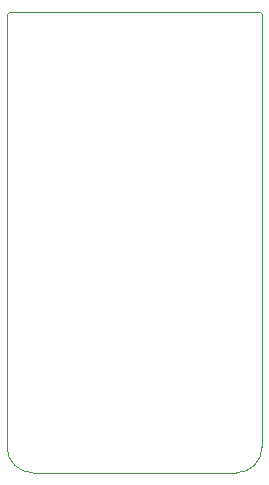
<source format=gbr>
%TF.GenerationSoftware,KiCad,Pcbnew,(6.0.7)*%
%TF.CreationDate,2022-10-22T00:01:00+08:00*%
%TF.ProjectId,pcb_rear,7063625f-7265-4617-922e-6b696361645f,rev?*%
%TF.SameCoordinates,Original*%
%TF.FileFunction,Profile,NP*%
%FSLAX46Y46*%
G04 Gerber Fmt 4.6, Leading zero omitted, Abs format (unit mm)*
G04 Created by KiCad (PCBNEW (6.0.7)) date 2022-10-22 00:01:00*
%MOMM*%
%LPD*%
G01*
G04 APERTURE LIST*
%TA.AperFunction,Profile*%
%ADD10C,0.100000*%
%TD*%
G04 APERTURE END LIST*
D10*
X10800000Y8800000D02*
X10800000Y-27800000D01*
X-10600000Y9000000D02*
G75*
G03*
X-10800000Y8800000I1J-200001D01*
G01*
X8600000Y-30000000D02*
G75*
G03*
X10800000Y-27800000I0J2200000D01*
G01*
X8600000Y-30000000D02*
X-8600000Y-30000000D01*
X-10800000Y-27800000D02*
X-10800000Y8800000D01*
X10800000Y8800000D02*
G75*
G03*
X10600000Y9000000I-200000J0D01*
G01*
X-10800000Y-27800000D02*
G75*
G03*
X-8600000Y-30000000I2200000J0D01*
G01*
X-10600000Y9000000D02*
X10600000Y9000000D01*
M02*

</source>
